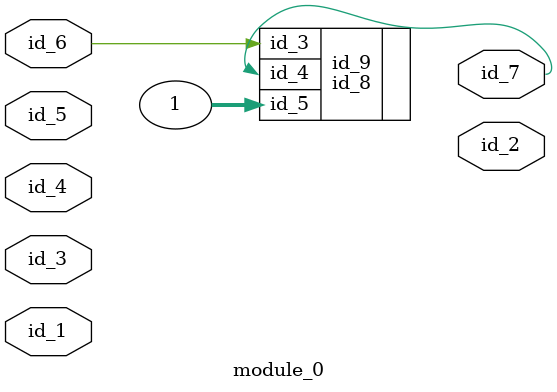
<source format=v>
`define pp_1 0
`define pp_2 0
module module_0 (
    id_1,
    id_2,
    id_3,
    id_4,
    id_5,
    id_6,
    id_7
);
  output id_7;
  input id_6;
  input id_5;
  input id_4;
  input id_3;
  output id_2;
  input id_1;
  id_8 id_9 (
      .id_4(id_7),
      .id_3(id_6),
      .id_5(id_6),
      .id_5(1)
  );
endmodule

</source>
